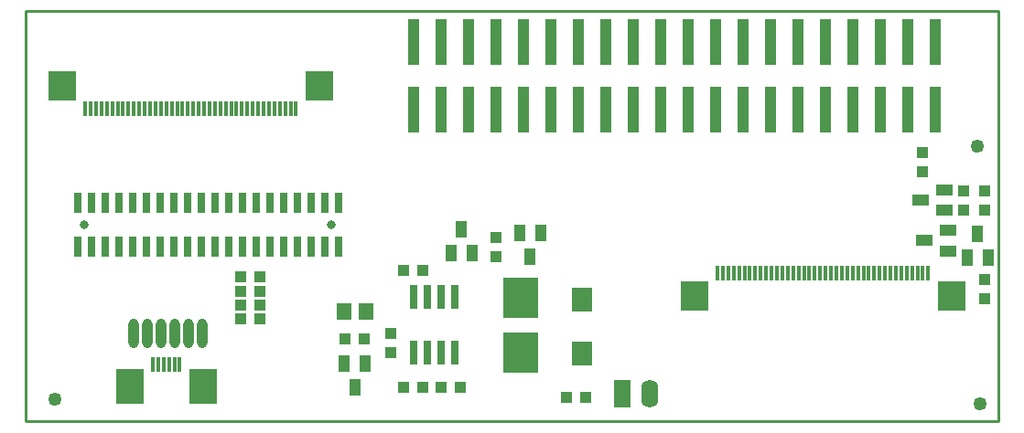
<source format=gbr>
G04 #@! TF.FileFunction,Soldermask,Top*
%FSLAX46Y46*%
G04 Gerber Fmt 4.6, Leading zero omitted, Abs format (unit mm)*
G04 Created by KiCad (PCBNEW 4.1.0-alpha+201608211231+7083~46~ubuntu16.04.1-product) date Thu Aug 25 09:44:33 2016*
%MOMM*%
%LPD*%
G01*
G04 APERTURE LIST*
%ADD10C,0.600000*%
%ADD11C,0.254000*%
%ADD12R,1.601600X2.601600*%
%ADD13O,1.601600X2.601600*%
%ADD14R,3.248000X3.756000*%
%ADD15R,1.117600X1.117600*%
%ADD16R,1.371600X1.625600*%
%ADD17R,1.900000X2.200000*%
%ADD18R,1.101600X1.501600*%
%ADD19R,1.501600X1.101600*%
%ADD20R,0.351600X1.401600*%
%ADD21R,2.501600X2.701600*%
%ADD22R,0.701600X2.301600*%
%ADD23R,1.101600X4.351600*%
%ADD24C,1.254000*%
%ADD25O,0.962000X2.740000*%
%ADD26C,0.801600*%
%ADD27R,0.801600X1.901600*%
%ADD28R,2.601600X3.301600*%
G04 APERTURE END LIST*
D10*
D11*
X60000000Y-42000000D02*
X60000000Y-80000000D01*
X150000000Y-42000000D02*
X60000000Y-42000000D01*
X150000000Y-80000000D02*
X150000000Y-42000000D01*
X60000000Y-80000000D02*
X150000000Y-80000000D01*
D12*
X115230000Y-77470000D03*
D13*
X117770000Y-77470000D03*
D14*
X105750000Y-73660000D03*
X105750000Y-68580000D03*
D15*
X96774000Y-66040000D03*
X94996000Y-66040000D03*
D16*
X89424000Y-69850000D03*
X91456000Y-69850000D03*
D17*
X111500000Y-73750000D03*
X111500000Y-68750000D03*
D18*
X106680000Y-64770000D03*
X105724960Y-62560200D03*
X107627420Y-62560200D03*
X90440000Y-76835000D03*
X89484960Y-74625200D03*
X91387420Y-74625200D03*
D19*
X142824200Y-59502540D03*
X145034000Y-58547500D03*
X145034000Y-60449960D03*
D20*
X65500000Y-51000000D03*
X66000000Y-51000000D03*
X66500000Y-51000000D03*
X67000000Y-51000000D03*
X67500000Y-51000000D03*
X68000000Y-51000000D03*
X68500000Y-51000000D03*
X69000000Y-51000000D03*
X69500000Y-51000000D03*
X70000000Y-51000000D03*
X70500000Y-51000000D03*
X71000000Y-51000000D03*
X71500000Y-51000000D03*
X72000000Y-51000000D03*
X72500000Y-51000000D03*
X73000000Y-51000000D03*
X73500000Y-51000000D03*
X74000000Y-51000000D03*
X74500000Y-51000000D03*
X75000000Y-51000000D03*
X75500000Y-51000000D03*
X76000000Y-51000000D03*
X76500000Y-51000000D03*
X77000000Y-51000000D03*
X77500000Y-51000000D03*
X78000000Y-51000000D03*
X78500000Y-51000000D03*
X79000000Y-51000000D03*
X79500000Y-51000000D03*
X80000000Y-51000000D03*
X80500000Y-51000000D03*
X81000000Y-51000000D03*
X81500000Y-51000000D03*
X82000000Y-51000000D03*
X82500000Y-51000000D03*
X83000000Y-51000000D03*
X83500000Y-51000000D03*
X84000000Y-51000000D03*
X84500000Y-51000000D03*
X85000000Y-51000000D03*
D21*
X63350000Y-48900000D03*
X87150000Y-48900000D03*
D20*
X143500000Y-66250000D03*
X143000000Y-66250000D03*
X142500000Y-66250000D03*
X142000000Y-66250000D03*
X141500000Y-66250000D03*
X141000000Y-66250000D03*
X140500000Y-66250000D03*
X140000000Y-66250000D03*
X139500000Y-66250000D03*
X139000000Y-66250000D03*
X138500000Y-66250000D03*
X138000000Y-66250000D03*
X137500000Y-66250000D03*
X137000000Y-66250000D03*
X136500000Y-66250000D03*
X136000000Y-66250000D03*
X135500000Y-66250000D03*
X135000000Y-66250000D03*
X134500000Y-66250000D03*
X134000000Y-66250000D03*
X133500000Y-66250000D03*
X133000000Y-66250000D03*
X132500000Y-66250000D03*
X132000000Y-66250000D03*
X131500000Y-66250000D03*
X131000000Y-66250000D03*
X130500000Y-66250000D03*
X130000000Y-66250000D03*
X129500000Y-66250000D03*
X129000000Y-66250000D03*
X128500000Y-66250000D03*
X128000000Y-66250000D03*
X127500000Y-66250000D03*
X127000000Y-66250000D03*
X126500000Y-66250000D03*
X126000000Y-66250000D03*
X125500000Y-66250000D03*
X125000000Y-66250000D03*
X124500000Y-66250000D03*
X124000000Y-66250000D03*
D21*
X145650000Y-68350000D03*
X121850000Y-68350000D03*
D18*
X148079460Y-62647640D03*
X149034500Y-64857440D03*
X147132040Y-64857440D03*
D19*
X143147640Y-63252540D03*
X145357440Y-62297500D03*
X145357440Y-64199960D03*
D18*
X100330000Y-62230000D03*
X101285040Y-64439800D03*
X99382580Y-64439800D03*
D15*
X111795000Y-77740000D03*
X110017000Y-77740000D03*
X94996000Y-76835000D03*
X96774000Y-76835000D03*
X98425000Y-76835000D03*
X100203000Y-76835000D03*
X93750000Y-73639000D03*
X93750000Y-71861000D03*
X89551000Y-72390000D03*
X91329000Y-72390000D03*
X146812000Y-58611000D03*
X146812000Y-60389000D03*
X148750000Y-66861000D03*
X148750000Y-68639000D03*
X103505000Y-64770000D03*
X103505000Y-62992000D03*
D22*
X99695000Y-68460000D03*
X98425000Y-68460000D03*
X97155000Y-68460000D03*
X95885000Y-68460000D03*
X95885000Y-73660000D03*
X97155000Y-73660000D03*
X98425000Y-73660000D03*
X99695000Y-73660000D03*
D23*
X144145000Y-44875000D03*
X144145000Y-51125000D03*
X141605000Y-44875000D03*
X141605000Y-51125000D03*
X139065000Y-44875000D03*
X139065000Y-51125000D03*
X136525000Y-44875000D03*
X136525000Y-51125000D03*
X133985000Y-44875000D03*
X133985000Y-51125000D03*
X131445000Y-44875000D03*
X131445000Y-51125000D03*
X128905000Y-44875000D03*
X128905000Y-51125000D03*
X126365000Y-44875000D03*
X126365000Y-51125000D03*
X123825000Y-44875000D03*
X123825000Y-51125000D03*
X121285000Y-44875000D03*
X121285000Y-51125000D03*
X118745000Y-44875000D03*
X118745000Y-51125000D03*
X116205000Y-44875000D03*
X116205000Y-51125000D03*
X113665000Y-44875000D03*
X113665000Y-51125000D03*
X111125000Y-44875000D03*
X111125000Y-51125000D03*
X108585000Y-44875000D03*
X108585000Y-51125000D03*
X106045000Y-44875000D03*
X106045000Y-51125000D03*
X103505000Y-44875000D03*
X103505000Y-51125000D03*
X100965000Y-44875000D03*
X100965000Y-51125000D03*
X98425000Y-44875000D03*
X98425000Y-51125000D03*
X95885000Y-44875000D03*
X95885000Y-51125000D03*
D15*
X148750000Y-58611000D03*
X148750000Y-60389000D03*
D24*
X62738000Y-77978000D03*
X148000000Y-54500000D03*
X148336000Y-78359000D03*
D15*
X143000000Y-56889000D03*
X143000000Y-55111000D03*
D25*
X76327000Y-71882000D03*
X75057000Y-71882000D03*
X73787000Y-71882000D03*
X72517000Y-71882000D03*
X71247000Y-71882000D03*
X69977000Y-71882000D03*
D26*
X88295000Y-61782000D03*
D27*
X88930000Y-59750000D03*
X88930000Y-63814000D03*
X87660000Y-59750000D03*
X87660000Y-63814000D03*
X86390000Y-59750000D03*
X86390000Y-63814000D03*
X85120000Y-59750000D03*
X85120000Y-63814000D03*
X83850000Y-59750000D03*
X83850000Y-63814000D03*
X82580000Y-59750000D03*
X82580000Y-63814000D03*
X81310000Y-59750000D03*
X81310000Y-63814000D03*
X80040000Y-59750000D03*
X80040000Y-63814000D03*
X78770000Y-59750000D03*
X78770000Y-63814000D03*
X77500000Y-59750000D03*
X77500000Y-63814000D03*
X64800000Y-63814000D03*
X64800000Y-59750000D03*
X66070000Y-63814000D03*
X66070000Y-59750000D03*
X67340000Y-63814000D03*
X67340000Y-59750000D03*
X68610000Y-63814000D03*
X68610000Y-59750000D03*
X69880000Y-63814000D03*
X69880000Y-59750000D03*
X71150000Y-63814000D03*
X71150000Y-59750000D03*
X72420000Y-63814000D03*
X72420000Y-59750000D03*
X73690000Y-63814000D03*
X73690000Y-59750000D03*
X74960000Y-63814000D03*
X74960000Y-59750000D03*
X76230000Y-63814000D03*
X76230000Y-59750000D03*
D26*
X65435000Y-61782000D03*
D15*
X79861000Y-70500000D03*
X81639000Y-70500000D03*
X79861000Y-68000000D03*
X81639000Y-68000000D03*
X79861000Y-69250000D03*
X81639000Y-69250000D03*
X79861000Y-66611000D03*
X81639000Y-66611000D03*
D20*
X74250000Y-74704000D03*
X73750000Y-74704000D03*
X73250000Y-74704000D03*
X72750000Y-74704000D03*
X72250000Y-74704000D03*
X71750000Y-74704000D03*
D28*
X76400000Y-76804000D03*
X69600000Y-76804000D03*
M02*

</source>
